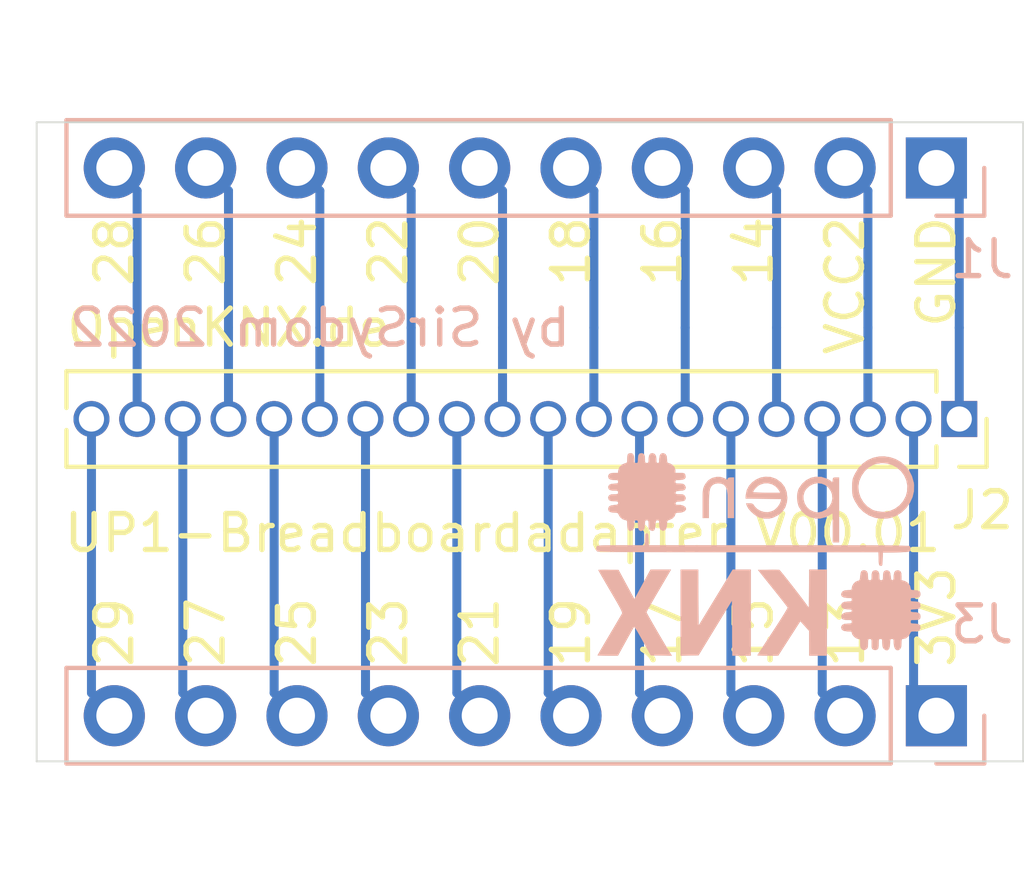
<source format=kicad_pcb>
(kicad_pcb (version 20171130) (host pcbnew "(5.1.4)-1")

  (general
    (thickness 1.6)
    (drawings 27)
    (tracks 49)
    (zones 0)
    (modules 4)
    (nets 21)
  )

  (page A4)
  (title_block
    (date 2022-03-07)
    (rev V00.01)
  )

  (layers
    (0 F.Cu signal hide)
    (31 B.Cu signal)
    (32 B.Adhes user hide)
    (33 F.Adhes user hide)
    (34 B.Paste user)
    (35 F.Paste user hide)
    (36 B.SilkS user)
    (37 F.SilkS user hide)
    (38 B.Mask user)
    (39 F.Mask user hide)
    (40 Dwgs.User user hide)
    (41 Cmts.User user hide)
    (42 Eco1.User user hide)
    (43 Eco2.User user hide)
    (44 Edge.Cuts user)
    (45 Margin user hide)
    (46 B.CrtYd user)
    (47 F.CrtYd user hide)
    (48 B.Fab user)
    (49 F.Fab user hide)
  )

  (setup
    (last_trace_width 0.25)
    (user_trace_width 0.2)
    (trace_clearance 0.2)
    (zone_clearance 0.508)
    (zone_45_only no)
    (trace_min 0.2)
    (via_size 0.8)
    (via_drill 0.4)
    (via_min_size 0.4)
    (via_min_drill 0.3)
    (uvia_size 0.3)
    (uvia_drill 0.1)
    (uvias_allowed no)
    (uvia_min_size 0.2)
    (uvia_min_drill 0.1)
    (edge_width 0.05)
    (segment_width 0.2)
    (pcb_text_width 0.3)
    (pcb_text_size 1.5 1.5)
    (mod_edge_width 0.12)
    (mod_text_size 1 1)
    (mod_text_width 0.15)
    (pad_size 1.524 1.524)
    (pad_drill 0.762)
    (pad_to_mask_clearance 0)
    (aux_axis_origin 0 0)
    (visible_elements 7FFFFFFF)
    (pcbplotparams
      (layerselection 0x010fc_ffffffff)
      (usegerberextensions false)
      (usegerberattributes false)
      (usegerberadvancedattributes false)
      (creategerberjobfile false)
      (excludeedgelayer true)
      (linewidth 0.100000)
      (plotframeref false)
      (viasonmask false)
      (mode 1)
      (useauxorigin false)
      (hpglpennumber 1)
      (hpglpenspeed 20)
      (hpglpendiameter 15.000000)
      (psnegative false)
      (psa4output false)
      (plotreference true)
      (plotvalue true)
      (plotinvisibletext false)
      (padsonsilk false)
      (subtractmaskfromsilk false)
      (outputformat 1)
      (mirror false)
      (drillshape 0)
      (scaleselection 1)
      (outputdirectory "UP1-Breadboardadapter_gerbers"))
  )

  (net 0 "")
  (net 1 "Net-(J2-Pad6)")
  (net 2 "Net-(J2-Pad4)")
  (net 3 "Net-(J1-Pad10)")
  (net 4 "Net-(J1-Pad9)")
  (net 5 "Net-(J1-Pad8)")
  (net 6 "Net-(J1-Pad7)")
  (net 7 "Net-(J1-Pad6)")
  (net 8 "Net-(J1-Pad5)")
  (net 9 "Net-(J1-Pad4)")
  (net 10 "Net-(J1-Pad3)")
  (net 11 "Net-(J1-Pad2)")
  (net 12 "Net-(J1-Pad1)")
  (net 13 "Net-(J2-Pad20)")
  (net 14 "Net-(J2-Pad18)")
  (net 15 "Net-(J2-Pad16)")
  (net 16 "Net-(J2-Pad14)")
  (net 17 "Net-(J2-Pad12)")
  (net 18 "Net-(J2-Pad10)")
  (net 19 "Net-(J2-Pad8)")
  (net 20 "Net-(J2-Pad2)")

  (net_class Default "This is the default net class."
    (clearance 0.2)
    (trace_width 0.25)
    (via_dia 0.8)
    (via_drill 0.4)
    (uvia_dia 0.3)
    (uvia_drill 0.1)
    (add_net "Net-(J1-Pad1)")
    (add_net "Net-(J1-Pad10)")
    (add_net "Net-(J1-Pad2)")
    (add_net "Net-(J1-Pad3)")
    (add_net "Net-(J1-Pad4)")
    (add_net "Net-(J1-Pad5)")
    (add_net "Net-(J1-Pad6)")
    (add_net "Net-(J1-Pad7)")
    (add_net "Net-(J1-Pad8)")
    (add_net "Net-(J1-Pad9)")
    (add_net "Net-(J2-Pad10)")
    (add_net "Net-(J2-Pad12)")
    (add_net "Net-(J2-Pad14)")
    (add_net "Net-(J2-Pad16)")
    (add_net "Net-(J2-Pad18)")
    (add_net "Net-(J2-Pad2)")
    (add_net "Net-(J2-Pad20)")
    (add_net "Net-(J2-Pad4)")
    (add_net "Net-(J2-Pad6)")
    (add_net "Net-(J2-Pad8)")
  )

  (module OpenKNX:OpenKNX_Logo_09x06 (layer B.Cu) (tedit 0) (tstamp 6225D641)
    (at 94.742 106.426 180)
    (fp_text reference G*** (at 0 0) (layer B.SilkS) hide
      (effects (font (size 1.524 1.524) (thickness 0.3)) (justify mirror))
    )
    (fp_text value LOGO (at 0.75 0) (layer B.SilkS) hide
      (effects (font (size 1.524 1.524) (thickness 0.3)) (justify mirror))
    )
    (fp_poly (pts (xy 1.156976 2.57764) (xy 1.283927 2.548431) (xy 1.388134 2.483584) (xy 1.469992 2.382826)
      (xy 1.489649 2.346765) (xy 1.509079 2.306203) (xy 1.523352 2.269055) (xy 1.533261 2.228028)
      (xy 1.539601 2.175826) (xy 1.543167 2.105158) (xy 1.544754 2.008728) (xy 1.545158 1.879243)
      (xy 1.545167 1.837344) (xy 1.545167 1.439333) (xy 1.375834 1.439333) (xy 1.375715 1.793875)
      (xy 1.374391 1.953222) (xy 1.369822 2.076463) (xy 1.360938 2.169769) (xy 1.346664 2.23931)
      (xy 1.325931 2.291257) (xy 1.297664 2.331783) (xy 1.27891 2.351072) (xy 1.213071 2.388421)
      (xy 1.128235 2.404721) (xy 1.041043 2.399515) (xy 0.968132 2.372344) (xy 0.951801 2.360083)
      (xy 0.916197 2.323423) (xy 0.889502 2.281331) (xy 0.870488 2.227397) (xy 0.85793 2.155207)
      (xy 0.8506 2.058351) (xy 0.847273 1.930415) (xy 0.846667 1.81043) (xy 0.846667 1.439333)
      (xy 0.677334 1.439333) (xy 0.677334 2.561166) (xy 0.762 2.561166) (xy 0.819828 2.556378)
      (xy 0.844337 2.539863) (xy 0.846667 2.527653) (xy 0.8545 2.50282) (xy 0.862542 2.50231)
      (xy 0.961741 2.548578) (xy 1.042268 2.573052) (xy 1.11914 2.579574) (xy 1.156976 2.57764)) (layer B.SilkS) (width 0.01))
    (fp_poly (pts (xy -0.072707 2.561077) (xy 0.053889 2.508936) (xy 0.165193 2.431001) (xy 0.254954 2.330749)
      (xy 0.316923 2.211654) (xy 0.344848 2.077192) (xy 0.345328 2.068185) (xy 0.34925 1.979083)
      (xy -0.145441 1.973395) (xy -0.640133 1.967707) (xy -0.626471 1.899397) (xy -0.595382 1.821919)
      (xy -0.538217 1.740781) (xy -0.466782 1.671212) (xy -0.429834 1.645777) (xy -0.367969 1.619368)
      (xy -0.291559 1.599111) (xy -0.270264 1.59558) (xy -0.167947 1.598814) (xy -0.062649 1.630627)
      (xy 0.031534 1.684659) (xy 0.100506 1.754549) (xy 0.107956 1.76626) (xy 0.141097 1.814293)
      (xy 0.176592 1.835958) (xy 0.232917 1.841443) (xy 0.244407 1.8415) (xy 0.336465 1.8415)
      (xy 0.312485 1.772708) (xy 0.271864 1.699345) (xy 0.204097 1.619534) (xy 0.120725 1.544014)
      (xy 0.033291 1.483523) (xy -0.030408 1.453648) (xy -0.167274 1.42396) (xy -0.304466 1.424544)
      (xy -0.404658 1.447389) (xy -0.553395 1.519449) (xy -0.668408 1.616689) (xy -0.748847 1.737921)
      (xy -0.793864 1.881961) (xy -0.803868 2.004862) (xy -0.787633 2.137833) (xy -0.61492 2.137833)
      (xy -0.233377 2.137833) (xy -0.111577 2.138781) (xy -0.005858 2.141415) (xy 0.077106 2.145418)
      (xy 0.13064 2.150477) (xy 0.148167 2.15587) (xy 0.132093 2.199638) (xy 0.090661 2.255166)
      (xy 0.03406 2.31122) (xy -0.027525 2.356565) (xy -0.040371 2.363798) (xy -0.157895 2.403682)
      (xy -0.278804 2.406036) (xy -0.394324 2.373564) (xy -0.495684 2.308971) (xy -0.574111 2.214959)
      (xy -0.584638 2.196041) (xy -0.61492 2.137833) (xy -0.787633 2.137833) (xy -0.784423 2.164115)
      (xy -0.728103 2.303369) (xy -0.636293 2.420376) (xy -0.510381 2.512882) (xy -0.481734 2.527993)
      (xy -0.346769 2.574081) (xy -0.208343 2.583951) (xy -0.072707 2.561077)) (layer B.SilkS) (width 0.01))
    (fp_poly (pts (xy -3.34786 3.143183) (xy -3.191068 3.108943) (xy -3.042125 3.044513) (xy -2.905734 2.94916)
      (xy -2.786597 2.82215) (xy -2.693931 2.672007) (xy -2.658144 2.597518) (xy -2.635043 2.539351)
      (xy -2.621858 2.484105) (xy -2.615817 2.418385) (xy -2.614148 2.32879) (xy -2.614083 2.286)
      (xy -2.614822 2.183909) (xy -2.618888 2.11075) (xy -2.62905 2.053125) (xy -2.648082 1.997635)
      (xy -2.678755 1.930882) (xy -2.693931 1.899993) (xy -2.794972 1.74082) (xy -2.923716 1.610665)
      (xy -3.074886 1.512007) (xy -3.243204 1.447322) (xy -3.423392 1.41909) (xy -3.610172 1.429789)
      (xy -3.669924 1.44171) (xy -3.835218 1.501138) (xy -3.983346 1.594446) (xy -4.110356 1.715701)
      (xy -4.212296 1.858969) (xy -4.285213 2.018317) (xy -4.325155 2.187811) (xy -4.327726 2.336053)
      (xy -4.148112 2.336053) (xy -4.141511 2.180357) (xy -4.105627 2.045555) (xy -4.032296 1.905641)
      (xy -3.92799 1.785515) (xy -3.800417 1.6914) (xy -3.657285 1.629524) (xy -3.566795 1.610416)
      (xy -3.451729 1.605856) (xy -3.330463 1.617614) (xy -3.221093 1.643223) (xy -3.167385 1.664877)
      (xy -3.03132 1.755438) (xy -2.921228 1.872345) (xy -2.840269 2.008733) (xy -2.7916 2.157734)
      (xy -2.778381 2.312482) (xy -2.80182 2.459544) (xy -2.863366 2.606964) (xy -2.954212 2.737582)
      (xy -3.067474 2.844206) (xy -3.196269 2.919646) (xy -3.265218 2.943661) (xy -3.430055 2.968735)
      (xy -3.587148 2.956588) (xy -3.732587 2.911397) (xy -3.862462 2.837343) (xy -3.972862 2.738602)
      (xy -4.059877 2.619355) (xy -4.119597 2.483779) (xy -4.148112 2.336053) (xy -4.327726 2.336053)
      (xy -4.328168 2.361517) (xy -4.320466 2.418292) (xy -4.27017 2.599164) (xy -4.190104 2.755714)
      (xy -4.084969 2.887209) (xy -3.959469 2.992916) (xy -3.818305 3.0721) (xy -3.666181 3.124028)
      (xy -3.507798 3.147967) (xy -3.34786 3.143183)) (layer B.SilkS) (width 0.01))
    (fp_poly (pts (xy 3.590396 3.232854) (xy 3.622892 3.210173) (xy 3.63756 3.161842) (xy 3.640667 3.090714)
      (xy 3.641774 3.021868) (xy 3.648871 2.984024) (xy 3.667617 2.965854) (xy 3.703672 2.956028)
      (xy 3.708441 2.95507) (xy 3.796096 2.917586) (xy 3.858597 2.849297) (xy 3.887189 2.768768)
      (xy 3.900077 2.688166) (xy 4.009555 2.688166) (xy 4.095632 2.680966) (xy 4.146801 2.657278)
      (xy 4.168327 2.613975) (xy 4.169834 2.592916) (xy 4.157966 2.542165) (xy 4.118761 2.511834)
      (xy 4.046816 2.498767) (xy 4.00685 2.497666) (xy 3.941702 2.496169) (xy 3.908326 2.488361)
      (xy 3.896182 2.469272) (xy 3.894667 2.44475) (xy 3.898539 2.41227) (xy 3.917671 2.396767)
      (xy 3.963334 2.392069) (xy 3.991308 2.391833) (xy 4.087721 2.382666) (xy 4.146816 2.354853)
      (xy 4.169509 2.307921) (xy 4.169834 2.300072) (xy 4.15869 2.247789) (xy 4.12139 2.216523)
      (xy 4.052127 2.202758) (xy 4.00685 2.201333) (xy 3.941702 2.199835) (xy 3.908326 2.192028)
      (xy 3.896182 2.172939) (xy 3.894667 2.148416) (xy 3.897842 2.117686) (xy 3.914394 2.101943)
      (xy 3.954863 2.096214) (xy 4.00685 2.0955) (xy 4.093692 2.088564) (xy 4.145591 2.065652)
      (xy 4.16795 2.023607) (xy 4.169834 2.00025) (xy 4.157966 1.949498) (xy 4.118761 1.919168)
      (xy 4.046816 1.906101) (xy 4.00685 1.905) (xy 3.941619 1.903405) (xy 3.908195 1.895483)
      (xy 3.896084 1.87653) (xy 3.894667 1.854704) (xy 3.898672 1.825635) (xy 3.917454 1.809002)
      (xy 3.961166 1.79965) (xy 4.013032 1.794593) (xy 4.095907 1.781949) (xy 4.144456 1.757296)
      (xy 4.166198 1.715041) (xy 4.169509 1.678203) (xy 4.151355 1.628876) (xy 4.095891 1.598714)
      (xy 4.002835 1.587574) (xy 3.992735 1.5875) (xy 3.931361 1.584094) (xy 3.899126 1.57014)
      (xy 3.883125 1.540034) (xy 3.883077 1.539875) (xy 3.839426 1.46185) (xy 3.768842 1.404914)
      (xy 3.711365 1.384385) (xy 3.67144 1.375069) (xy 3.650363 1.3588) (xy 3.642113 1.324192)
      (xy 3.640669 1.259859) (xy 3.640667 1.250711) (xy 3.63399 1.160069) (xy 3.612371 1.105181)
      (xy 3.573422 1.081371) (xy 3.553279 1.0795) (xy 3.498065 1.097885) (xy 3.463767 1.153051)
      (xy 3.450374 1.245015) (xy 3.450167 1.260928) (xy 3.448751 1.327061) (xy 3.441302 1.3613)
      (xy 3.423021 1.374071) (xy 3.39725 1.375833) (xy 3.367544 1.373019) (xy 3.351726 1.35784)
      (xy 3.345441 1.320195) (xy 3.344334 1.253066) (xy 3.33786 1.161803) (xy 3.31683 1.106294)
      (xy 3.278824 1.081738) (xy 3.256945 1.0795) (xy 3.201732 1.097885) (xy 3.167434 1.153051)
      (xy 3.154041 1.245015) (xy 3.153834 1.260928) (xy 3.152417 1.327061) (xy 3.144969 1.3613)
      (xy 3.126687 1.374071) (xy 3.100917 1.375833) (xy 3.071629 1.373157) (xy 3.055794 1.358513)
      (xy 3.049292 1.321977) (xy 3.048002 1.253627) (xy 3.048 1.248379) (xy 3.046314 1.176256)
      (xy 3.038372 1.134353) (xy 3.019852 1.110601) (xy 2.99344 1.096066) (xy 2.936538 1.080865)
      (xy 2.897384 1.097924) (xy 2.87341 1.150162) (xy 2.862049 1.240498) (xy 2.861782 1.245742)
      (xy 2.857088 1.317277) (xy 2.84891 1.356278) (xy 2.832866 1.372533) (xy 2.804577 1.375832)
      (xy 2.803573 1.375833) (xy 2.773512 1.372554) (xy 2.758053 1.355728) (xy 2.752385 1.31487)
      (xy 2.751667 1.262697) (xy 2.746198 1.182211) (xy 2.727876 1.131869) (xy 2.712958 1.11453)
      (xy 2.656919 1.082728) (xy 2.606111 1.092833) (xy 2.57295 1.126543) (xy 2.552341 1.177296)
      (xy 2.540886 1.247354) (xy 2.54 1.271359) (xy 2.537905 1.331674) (xy 2.525181 1.364033)
      (xy 2.492167 1.382804) (xy 2.45767 1.393799) (xy 2.385613 1.430111) (xy 2.331967 1.484755)
      (xy 2.307619 1.546069) (xy 2.307167 1.555005) (xy 2.296543 1.575306) (xy 2.259157 1.585267)
      (xy 2.201334 1.5875) (xy 2.118873 1.598296) (xy 2.053978 1.627083) (xy 2.016374 1.668458)
      (xy 2.010834 1.693333) (xy 2.030284 1.739292) (xy 2.082296 1.775294) (xy 2.157363 1.796096)
      (xy 2.202806 1.799166) (xy 2.265876 1.800787) (xy 2.296607 1.808792) (xy 2.304956 1.827901)
      (xy 2.303347 1.846791) (xy 2.294658 1.874195) (xy 2.271442 1.889648) (xy 2.223126 1.8976)
      (xy 2.175057 1.900759) (xy 2.100187 1.907952) (xy 2.05624 1.922266) (xy 2.031931 1.947534)
      (xy 2.030678 1.949803) (xy 2.019768 1.993649) (xy 2.040294 2.042044) (xy 2.041567 2.044003)
      (xy 2.067594 2.074409) (xy 2.103183 2.089913) (xy 2.162078 2.095197) (xy 2.19271 2.0955)
      (xy 2.259508 2.096841) (xy 2.293621 2.103629) (xy 2.304677 2.120008) (xy 2.303347 2.143125)
      (xy 2.294658 2.170528) (xy 2.271442 2.185981) (xy 2.223126 2.193933) (xy 2.175057 2.197092)
      (xy 2.100187 2.204286) (xy 2.05624 2.2186) (xy 2.031931 2.243867) (xy 2.030678 2.246137)
      (xy 2.019768 2.289982) (xy 2.040294 2.338378) (xy 2.041567 2.340336) (xy 2.067844 2.370924)
      (xy 2.10386 2.386415) (xy 2.163492 2.39158) (xy 2.191238 2.391833) (xy 2.257738 2.39322)
      (xy 2.292301 2.40054) (xy 2.305307 2.418532) (xy 2.307167 2.44475) (xy 2.30393 2.475602)
      (xy 2.287163 2.491384) (xy 2.246279 2.497169) (xy 2.196042 2.497991) (xy 2.101247 2.506155)
      (xy 2.043951 2.531194) (xy 2.022088 2.574926) (xy 2.033593 2.63917) (xy 2.034099 2.640541)
      (xy 2.048911 2.667308) (xy 2.075462 2.681683) (xy 2.125061 2.68737) (xy 2.179485 2.688166)
      (xy 2.307167 2.688166) (xy 2.307167 2.759159) (xy 2.326525 2.836782) (xy 2.377463 2.903988)
      (xy 2.449279 2.948299) (xy 2.475862 2.955797) (xy 2.514537 2.96667) (xy 2.533396 2.987326)
      (xy 2.539509 3.030389) (xy 2.54 3.0703) (xy 2.551344 3.160547) (xy 2.585924 3.21606)
      (xy 2.64456 3.238019) (xy 2.657184 3.2385) (xy 2.707712 3.221793) (xy 2.738764 3.170468)
      (xy 2.751298 3.082715) (xy 2.751667 3.059975) (xy 2.754354 2.999921) (xy 2.765549 2.971304)
      (xy 2.789949 2.963399) (xy 2.794 2.963333) (xy 2.819535 2.96899) (xy 2.832182 2.992929)
      (xy 2.836184 3.045608) (xy 2.836334 3.067655) (xy 2.847218 3.158669) (xy 2.880632 3.214813)
      (xy 2.937714 3.237746) (xy 2.953517 3.2385) (xy 3.004045 3.221793) (xy 3.035098 3.170468)
      (xy 3.047631 3.082715) (xy 3.048 3.059975) (xy 3.05012 3.000657) (xy 3.060596 2.972344)
      (xy 3.085599 2.963765) (xy 3.100917 2.963333) (xy 3.131647 2.966508) (xy 3.147391 2.98306)
      (xy 3.153119 3.023529) (xy 3.153834 3.075516) (xy 3.160769 3.162358) (xy 3.183681 3.214257)
      (xy 3.225727 3.236616) (xy 3.249084 3.2385) (xy 3.299835 3.226632) (xy 3.330166 3.187427)
      (xy 3.343233 3.115482) (xy 3.344334 3.075516) (xy 3.345831 3.010368) (xy 3.353639 2.976992)
      (xy 3.372728 2.964848) (xy 3.39725 2.963333) (xy 3.42973 2.967206) (xy 3.445233 2.986337)
      (xy 3.449931 3.032) (xy 3.450167 3.059975) (xy 3.459239 3.155254) (xy 3.485824 3.215377)
      (xy 3.528977 3.238326) (xy 3.533847 3.2385) (xy 3.590396 3.232854)) (layer B.SilkS) (width 0.01))
    (fp_poly (pts (xy -1.465747 2.553237) (xy -1.336206 2.488748) (xy -1.224308 2.392486) (xy -1.136365 2.266919)
      (xy -1.1166 2.226182) (xy -1.089849 2.128197) (xy -1.081739 2.00951) (xy -1.091721 1.887154)
      (xy -1.119248 1.778162) (xy -1.131961 1.748294) (xy -1.214986 1.622265) (xy -1.323637 1.52529)
      (xy -1.451071 1.459261) (xy -1.590445 1.426072) (xy -1.734913 1.427615) (xy -1.877632 1.465781)
      (xy -1.973338 1.515629) (xy -2.023445 1.546361) (xy -2.057207 1.564371) (xy -2.063296 1.566333)
      (xy -2.066733 1.54625) (xy -2.069733 1.490336) (xy -2.072119 1.405091) (xy -2.073711 1.297017)
      (xy -2.074331 1.172614) (xy -2.074333 1.164166) (xy -2.074333 0.762) (xy -2.243666 0.762)
      (xy -2.243666 1.977048) (xy -2.064585 1.977048) (xy -2.038656 1.860239) (xy -1.978999 1.755811)
      (xy -1.889893 1.670982) (xy -1.775616 1.612969) (xy -1.761828 1.608576) (xy -1.67954 1.591478)
      (xy -1.600551 1.59566) (xy -1.539296 1.609939) (xy -1.433013 1.659347) (xy -1.348429 1.737462)
      (xy -1.288375 1.835922) (xy -1.255678 1.946361) (xy -1.25317 2.060418) (xy -1.283679 2.169728)
      (xy -1.326408 2.239208) (xy -1.42228 2.330868) (xy -1.530658 2.387048) (xy -1.644738 2.409061)
      (xy -1.757717 2.398221) (xy -1.862793 2.355842) (xy -1.953161 2.283236) (xy -2.022018 2.181718)
      (xy -2.052508 2.09902) (xy -2.064585 1.977048) (xy -2.243666 1.977048) (xy -2.243666 2.561166)
      (xy -2.159 2.561166) (xy -2.104711 2.558659) (xy -2.080577 2.54507) (xy -2.074467 2.511302)
      (xy -2.074333 2.497666) (xy -2.066309 2.449338) (xy -2.046279 2.434332) (xy -2.020304 2.457134)
      (xy -2.020072 2.457509) (xy -1.994005 2.478813) (xy -1.942109 2.509015) (xy -1.897114 2.531385)
      (xy -1.752513 2.577023) (xy -1.60662 2.583485) (xy -1.465747 2.553237)) (layer B.SilkS) (width 0.01))
    (fp_poly (pts (xy 3.122473 1.001385) (xy 3.135843 0.98356) (xy 3.143569 0.943347) (xy 3.148191 0.87215)
      (xy 3.149432 0.841375) (xy 3.155614 0.677333) (xy 3.806657 0.677333) (xy 4.0065 0.676836)
      (xy 4.167018 0.67527) (xy 4.291207 0.672523) (xy 4.382065 0.668482) (xy 4.442589 0.663034)
      (xy 4.475776 0.656066) (xy 4.4831 0.651933) (xy 4.505798 0.603578) (xy 4.502419 0.546209)
      (xy 4.4831 0.512233) (xy 4.4706 0.50897) (xy 4.43895 0.505974) (xy 4.386724 0.503237)
      (xy 4.312499 0.500748) (xy 4.214848 0.498498) (xy 4.092348 0.496479) (xy 3.943574 0.494681)
      (xy 3.7671 0.493095) (xy 3.561502 0.491712) (xy 3.325355 0.490523) (xy 3.057234 0.489517)
      (xy 2.755715 0.488687) (xy 2.419372 0.488022) (xy 2.046781 0.487514) (xy 1.636517 0.487153)
      (xy 1.187156 0.486931) (xy 0.697271 0.486837) (xy 0.557508 0.486833) (xy -3.342685 0.486833)
      (xy -3.348801 0.301625) (xy -3.352503 0.212493) (xy -3.357984 0.157171) (xy -3.367594 0.127138)
      (xy -3.383681 0.113874) (xy -3.401698 0.109763) (xy -3.424111 0.108903) (xy -3.438313 0.119349)
      (xy -3.446625 0.148993) (xy -3.45137 0.205729) (xy -3.454614 0.28968) (xy -3.46075 0.47625)
      (xy -3.819052 0.48207) (xy -3.959918 0.485726) (xy -4.073242 0.491493) (xy -4.154569 0.499037)
      (xy -4.199444 0.508023) (xy -4.205343 0.51112) (xy -4.22944 0.554741) (xy -4.229266 0.610408)
      (xy -4.207933 0.651933) (xy -4.195258 0.655319) (xy -4.163314 0.658416) (xy -4.110624 0.661236)
      (xy -4.035709 0.663788) (xy -3.937091 0.666084) (xy -3.813293 0.668132) (xy -3.662837 0.669944)
      (xy -3.484244 0.67153) (xy -3.276038 0.672899) (xy -3.036739 0.674064) (xy -2.764871 0.675032)
      (xy -2.458955 0.675817) (xy -2.117514 0.676426) (xy -1.739069 0.676871) (xy -1.322143 0.677162)
      (xy -0.865257 0.677309) (xy -0.568157 0.677333) (xy 3.046219 0.677333) (xy 3.052401 0.841375)
      (xy 3.056568 0.924318) (xy 3.063022 0.973524) (xy 3.074306 0.997587) (xy 3.092963 1.005102)
      (xy 3.100917 1.005416) (xy 3.122473 1.001385)) (layer B.SilkS) (width 0.01))
    (fp_poly (pts (xy -2.896556 -0.02683) (xy -2.867124 -0.049264) (xy -2.849257 -0.09663) (xy -2.837841 -0.177092)
      (xy -2.836556 -0.1905) (xy -2.828573 -0.257609) (xy -2.816617 -0.293393) (xy -2.794609 -0.308808)
      (xy -2.768302 -0.313541) (xy -2.707582 -0.338929) (xy -2.652113 -0.391952) (xy -2.613807 -0.45844)
      (xy -2.6035 -0.509624) (xy -2.601311 -0.545375) (xy -2.587701 -0.563753) (xy -2.552105 -0.570535)
      (xy -2.490364 -0.5715) (xy -2.394785 -0.582783) (xy -2.334376 -0.616967) (xy -2.308382 -0.674557)
      (xy -2.307166 -0.69413) (xy -2.324444 -0.741091) (xy -2.377332 -0.77035) (xy -2.467418 -0.782653)
      (xy -2.496275 -0.783167) (xy -2.559603 -0.784831) (xy -2.591389 -0.793364) (xy -2.602393 -0.814078)
      (xy -2.6035 -0.836084) (xy -2.600425 -0.866539) (xy -2.58425 -0.882307) (xy -2.544554 -0.888188)
      (xy -2.488595 -0.889) (xy -2.392235 -0.899161) (xy -2.332266 -0.929966) (xy -2.307855 -0.981904)
      (xy -2.307166 -0.994834) (xy -2.324585 -1.051044) (xy -2.377394 -1.086026) (xy -2.46643 -1.100265)
      (xy -2.488595 -1.100667) (xy -2.555339 -1.102553) (xy -2.589909 -1.110689) (xy -2.602391 -1.12879)
      (xy -2.6035 -1.143) (xy -2.596814 -1.170086) (xy -2.569469 -1.182576) (xy -2.513541 -1.185646)
      (xy -2.41841 -1.19682) (xy -2.349756 -1.227508) (xy -2.313836 -1.274566) (xy -2.310833 -1.28757)
      (xy -2.314174 -1.342142) (xy -2.345965 -1.37656) (xy -2.410652 -1.393714) (xy -2.479092 -1.397)
      (xy -2.548581 -1.398176) (xy -2.585786 -1.404551) (xy -2.600746 -1.420394) (xy -2.6035 -1.449917)
      (xy -2.600425 -1.480372) (xy -2.58425 -1.496141) (xy -2.544554 -1.502022) (xy -2.488595 -1.502834)
      (xy -2.392235 -1.512994) (xy -2.332266 -1.5438) (xy -2.307855 -1.595737) (xy -2.307166 -1.608667)
      (xy -2.324585 -1.664877) (xy -2.377394 -1.699859) (xy -2.46643 -1.714099) (xy -2.488595 -1.7145)
      (xy -2.555178 -1.716296) (xy -2.589667 -1.724278) (xy -2.602239 -1.74234) (xy -2.6035 -1.758462)
      (xy -2.620996 -1.809165) (xy -2.664489 -1.862428) (xy -2.720486 -1.905559) (xy -2.775493 -1.925865)
      (xy -2.781788 -1.926167) (xy -2.812049 -1.928672) (xy -2.82836 -1.942837) (xy -2.835021 -1.978632)
      (xy -2.836331 -2.046029) (xy -2.836333 -2.052679) (xy -2.838474 -2.126058) (xy -2.847764 -2.170302)
      (xy -2.868506 -2.198514) (xy -2.88925 -2.213863) (xy -2.930677 -2.236259) (xy -2.963251 -2.232637)
      (xy -2.995083 -2.213863) (xy -3.025189 -2.189019) (xy -3.041149 -2.156351) (xy -3.047265 -2.102755)
      (xy -3.048 -2.052679) (xy -3.04913 -1.982462) (xy -3.055299 -1.94461) (xy -3.070672 -1.929166)
      (xy -3.099414 -1.926169) (xy -3.100916 -1.926167) (xy -3.129326 -1.928569) (xy -3.14517 -1.942139)
      (xy -3.152108 -1.976428) (xy -3.153801 -2.040984) (xy -3.153833 -2.064204) (xy -3.155356 -2.139993)
      (xy -3.162265 -2.184743) (xy -3.178075 -2.209706) (xy -3.204072 -2.225132) (xy -3.261824 -2.236739)
      (xy -3.299322 -2.223933) (xy -3.324228 -2.204819) (xy -3.337908 -2.173747) (xy -3.343518 -2.119438)
      (xy -3.344333 -2.063005) (xy -3.345273 -1.989294) (xy -3.350565 -1.948322) (xy -3.363917 -1.930499)
      (xy -3.389037 -1.926237) (xy -3.39725 -1.926167) (xy -3.427556 -1.929189) (xy -3.443337 -1.945161)
      (xy -3.4493 -1.984443) (xy -3.450166 -2.042584) (xy -3.455044 -2.122743) (xy -3.472072 -2.174906)
      (xy -3.4925 -2.201334) (xy -3.54864 -2.239998) (xy -3.596602 -2.239299) (xy -3.633382 -2.201891)
      (xy -3.655981 -2.130426) (xy -3.661833 -2.051655) (xy -3.662986 -1.981791) (xy -3.669253 -1.944254)
      (xy -3.684852 -1.929045) (xy -3.713998 -1.926167) (xy -3.71475 -1.926167) (xy -3.745056 -1.929189)
      (xy -3.760837 -1.945161) (xy -3.7668 -1.984443) (xy -3.767666 -2.042584) (xy -3.777938 -2.132706)
      (xy -3.805499 -2.198628) (xy -3.845464 -2.23586) (xy -3.892951 -2.239914) (xy -3.943076 -2.206301)
      (xy -3.944303 -2.204958) (xy -3.969291 -2.152791) (xy -3.979102 -2.066005) (xy -3.979333 -2.046208)
      (xy -3.981119 -1.97755) (xy -3.988736 -1.941308) (xy -4.005575 -1.927635) (xy -4.020671 -1.926167)
      (xy -4.10439 -1.906279) (xy -4.172621 -1.850458) (xy -4.205616 -1.795788) (xy -4.229233 -1.747855)
      (xy -4.254551 -1.723825) (xy -4.296164 -1.715457) (xy -4.34959 -1.7145) (xy -4.433466 -1.707818)
      (xy -4.483272 -1.684758) (xy -4.505575 -1.640802) (xy -4.5085 -1.605178) (xy -4.494755 -1.551808)
      (xy -4.450901 -1.518879) (xy -4.373013 -1.504141) (xy -4.329975 -1.502834) (xy -4.270657 -1.500713)
      (xy -4.242344 -1.490237) (xy -4.233765 -1.465234) (xy -4.233333 -1.449917) (xy -4.236841 -1.418318)
      (xy -4.254634 -1.402676) (xy -4.297622 -1.397447) (xy -4.337435 -1.397) (xy -4.423004 -1.393945)
      (xy -4.474598 -1.381678) (xy -4.500332 -1.355551) (xy -4.508318 -1.310914) (xy -4.5085 -1.298962)
      (xy -4.496309 -1.242096) (xy -4.456585 -1.206192) (xy -4.384605 -1.188452) (xy -4.316622 -1.185334)
      (xy -4.261782 -1.181657) (xy -4.237792 -1.166856) (xy -4.233333 -1.143) (xy -4.23858 -1.118179)
      (xy -4.261106 -1.10546) (xy -4.31109 -1.101001) (xy -4.345516 -1.100667) (xy -4.430938 -1.094225)
      (xy -4.482046 -1.072114) (xy -4.505271 -1.030161) (xy -4.5085 -0.994834) (xy -4.498579 -0.939365)
      (xy -4.464529 -0.906178) (xy -4.39992 -0.891097) (xy -4.345516 -0.889) (xy -4.280368 -0.887502)
      (xy -4.246992 -0.879695) (xy -4.234848 -0.860606) (xy -4.233333 -0.836084) (xy -4.236508 -0.805353)
      (xy -4.25306 -0.78961) (xy -4.293529 -0.783881) (xy -4.345516 -0.783167) (xy -4.430588 -0.776851)
      (xy -4.481487 -0.75492) (xy -4.504882 -0.712902) (xy -4.5085 -0.673845) (xy -4.494755 -0.620475)
      (xy -4.450901 -0.587546) (xy -4.373013 -0.572808) (xy -4.329975 -0.5715) (xy -4.270397 -0.569135)
      (xy -4.24195 -0.558394) (xy -4.233533 -0.533811) (xy -4.233254 -0.523875) (xy -4.213676 -0.443852)
      (xy -4.161946 -0.373621) (xy -4.088164 -0.325553) (xy -4.064965 -0.31776) (xy -3.979333 -0.294702)
      (xy -3.979333 -0.183334) (xy -3.972946 -0.098501) (xy -3.950795 -0.04782) (xy -3.908399 -0.024642)
      (xy -3.870011 -0.021167) (xy -3.816641 -0.034912) (xy -3.783712 -0.078766) (xy -3.768974 -0.156654)
      (xy -3.767666 -0.199692) (xy -3.764765 -0.260143) (xy -3.753211 -0.288889) (xy -3.728731 -0.29633)
      (xy -3.727954 -0.296334) (xy -3.70422 -0.289276) (xy -3.68983 -0.261812) (xy -3.680838 -0.204508)
      (xy -3.678426 -0.177969) (xy -3.665619 -0.094749) (xy -3.640746 -0.046006) (xy -3.598534 -0.02443)
      (xy -3.565525 -0.021491) (xy -3.515287 -0.033278) (xy -3.485225 -0.073001) (xy -3.472345 -0.145828)
      (xy -3.471333 -0.18415) (xy -3.469835 -0.249298) (xy -3.462028 -0.282674) (xy -3.442939 -0.294819)
      (xy -3.418416 -0.296334) (xy -3.385937 -0.292461) (xy -3.370434 -0.273329) (xy -3.365736 -0.227666)
      (xy -3.3655 -0.199692) (xy -3.35762 -0.106596) (xy -3.33248 -0.049157) (xy -3.287828 -0.023448)
      (xy -3.263155 -0.021167) (xy -3.206093 -0.030584) (xy -3.171952 -0.063279) (xy -3.15626 -0.125922)
      (xy -3.153833 -0.18415) (xy -3.152335 -0.249298) (xy -3.144528 -0.282674) (xy -3.125439 -0.294819)
      (xy -3.100916 -0.296334) (xy -3.068437 -0.292461) (xy -3.052934 -0.273329) (xy -3.048236 -0.227666)
      (xy -3.048 -0.199692) (xy -3.040409 -0.107283) (xy -3.015874 -0.050237) (xy -2.971751 -0.024072)
      (xy -2.942671 -0.021167) (xy -2.896556 -0.02683)) (layer B.SilkS) (width 0.01))
    (fp_poly (pts (xy 2.712614 -0.000072) (xy 2.995084 -0.000143) (xy 3.444748 -0.827809) (xy 3.665921 -0.419196)
      (xy 3.887093 -0.010584) (xy 4.166047 -0.004677) (xy 4.269139 -0.003428) (xy 4.355029 -0.004164)
      (xy 4.415915 -0.006684) (xy 4.443999 -0.010788) (xy 4.445 -0.011879) (xy 4.434663 -0.032672)
      (xy 4.405362 -0.085454) (xy 4.35966 -0.165764) (xy 4.30012 -0.26914) (xy 4.229307 -0.391121)
      (xy 4.149783 -0.527246) (xy 4.104863 -0.603803) (xy 4.008886 -0.767748) (xy 3.932868 -0.899301)
      (xy 3.874852 -1.002292) (xy 3.832883 -1.080548) (xy 3.805003 -1.137898) (xy 3.789258 -1.178169)
      (xy 3.78369 -1.205192) (xy 3.786344 -1.222793) (xy 3.787433 -1.22505) (xy 3.803654 -1.253459)
      (xy 3.838608 -1.313391) (xy 3.889422 -1.399966) (xy 3.953224 -1.508301) (xy 4.027141 -1.633515)
      (xy 4.108302 -1.770726) (xy 4.138154 -1.82113) (xy 4.219899 -1.959376) (xy 4.294207 -2.085564)
      (xy 4.358449 -2.195186) (xy 4.409994 -2.283735) (xy 4.446214 -2.346706) (xy 4.464478 -2.37959)
      (xy 4.466167 -2.383306) (xy 4.446297 -2.386448) (xy 4.391873 -2.389068) (xy 4.310672 -2.39093)
      (xy 4.210472 -2.391799) (xy 4.185212 -2.391834) (xy 3.904256 -2.391834) (xy 3.693087 -2.007705)
      (xy 3.628418 -1.890513) (xy 3.569674 -1.784895) (xy 3.520247 -1.696881) (xy 3.48353 -1.632504)
      (xy 3.462913 -1.597795) (xy 3.460741 -1.594555) (xy 3.448197 -1.594068) (xy 3.425711 -1.617094)
      (xy 3.391364 -1.666586) (xy 3.343235 -1.7455) (xy 3.279404 -1.856788) (xy 3.214487 -1.973391)
      (xy 2.989408 -2.38125) (xy 2.698366 -2.387158) (xy 2.407324 -2.393065) (xy 2.438478 -2.344824)
      (xy 2.474971 -2.286539) (xy 2.525372 -2.203526) (xy 2.586568 -2.10114) (xy 2.655448 -1.984738)
      (xy 2.728899 -1.859675) (xy 2.803811 -1.731307) (xy 2.877071 -1.604988) (xy 2.945568 -1.486076)
      (xy 3.006189 -1.379925) (xy 3.055823 -1.29189) (xy 3.091359 -1.227329) (xy 3.109684 -1.191595)
      (xy 3.1115 -1.186501) (xy 3.101148 -1.162141) (xy 3.071982 -1.106481) (xy 3.026841 -1.024598)
      (xy 2.968562 -0.921571) (xy 2.899983 -0.802477) (xy 2.829107 -0.681173) (xy 2.749835 -0.54635)
      (xy 2.674548 -0.418201) (xy 2.606874 -0.302909) (xy 2.550441 -0.206659) (xy 2.508877 -0.135633)
      (xy 2.488429 -0.100542) (xy 2.430144 0) (xy 2.712614 -0.000072)) (layer B.SilkS) (width 0.01))
    (fp_poly (pts (xy 1.661584 -1.564402) (xy 1.672682 0) (xy 2.159 0) (xy 2.159 -2.393177)
      (xy 1.911073 -2.387214) (xy 1.663147 -2.38125) (xy 1.196698 -1.616529) (xy 0.73025 -0.851808)
      (xy 0.724698 -1.621821) (xy 0.719145 -2.391834) (xy 0.211667 -2.391834) (xy 0.211667 0)
      (xy 0.709604 0) (xy 1.661584 -1.564402)) (layer B.SilkS) (width 0.01))
    (fp_poly (pts (xy -1.407583 -1.067894) (xy -1.323703 -0.951989) (xy -1.262668 -0.869009) (xy -1.188589 -0.770441)
      (xy -1.105395 -0.661295) (xy -1.017012 -0.546578) (xy -0.927367 -0.431299) (xy -0.84039 -0.320466)
      (xy -0.760006 -0.219088) (xy -0.690143 -0.132173) (xy -0.63473 -0.06473) (xy -0.597693 -0.021766)
      (xy -0.583642 -0.008253) (xy -0.554161 -0.005137) (xy -0.49107 -0.003358) (xy -0.403074 -0.003018)
      (xy -0.298879 -0.004221) (xy -0.277213 -0.004648) (xy 0.004355 -0.010584) (xy -0.402452 -0.518584)
      (xy -0.503944 -0.645747) (xy -0.596862 -0.762984) (xy -0.677882 -0.866037) (xy -0.743684 -0.950649)
      (xy -0.790943 -1.012565) (xy -0.816339 -1.047527) (xy -0.819667 -1.053101) (xy -0.810778 -1.076258)
      (xy -0.780898 -1.130508) (xy -0.732561 -1.211746) (xy -0.668299 -1.315869) (xy -0.590646 -1.438773)
      (xy -0.502134 -1.576355) (xy -0.405297 -1.724511) (xy -0.404454 -1.725791) (xy -0.30739 -1.873414)
      (xy -0.218102 -2.009719) (xy -0.139175 -2.130715) (xy -0.073197 -2.232416) (xy -0.022757 -2.310832)
      (xy 0.009559 -2.361975) (xy 0.021164 -2.381855) (xy 0.021167 -2.381899) (xy 0.001285 -2.385528)
      (xy -0.053222 -2.388563) (xy -0.134648 -2.390736) (xy -0.235288 -2.39178) (xy -0.265018 -2.391834)
      (xy -0.551203 -2.391834) (xy -0.697363 -2.164292) (xy -0.768612 -2.053392) (xy -0.851958 -1.923692)
      (xy -0.936601 -1.791998) (xy -1.005993 -1.684056) (xy -1.168462 -1.431361) (xy -1.292393 -1.567639)
      (xy -1.416325 -1.703917) (xy -1.417246 -2.047875) (xy -1.418166 -2.391834) (xy -1.905 -2.391834)
      (xy -1.905 0) (xy -1.418893 0) (xy -1.407583 -1.067894)) (layer B.SilkS) (width 0.01))
  )

  (module Connector_PinSocket_1.27mm:PinSocket_1x20_P1.27mm_Vertical (layer F.Cu) (tedit 5A19A427) (tstamp 6225C09A)
    (at 100.33 102.235 270)
    (descr "Through hole straight socket strip, 1x20, 1.27mm pitch, single row (from Kicad 4.0.7), script generated")
    (tags "Through hole socket strip THT 1x20 1.27mm single row")
    (path /6225EF54)
    (fp_text reference J2 (at 2.54 -0.635 unlocked) (layer F.SilkS)
      (effects (font (size 1 1) (thickness 0.15)))
    )
    (fp_text value OpenKNX_UP1-Controller2040 (at 0 26.265 90) (layer F.Fab)
      (effects (font (size 1 1) (thickness 0.15)))
    )
    (fp_text user %R (at 0 12.065) (layer F.Fab)
      (effects (font (size 1 1) (thickness 0.15)))
    )
    (fp_line (start -1.8 25.25) (end -1.8 -1.15) (layer F.CrtYd) (width 0.05))
    (fp_line (start 1.75 25.25) (end -1.8 25.25) (layer F.CrtYd) (width 0.05))
    (fp_line (start 1.75 -1.15) (end 1.75 25.25) (layer F.CrtYd) (width 0.05))
    (fp_line (start -1.8 -1.15) (end 1.75 -1.15) (layer F.CrtYd) (width 0.05))
    (fp_line (start 0 -0.76) (end 1.33 -0.76) (layer F.SilkS) (width 0.12))
    (fp_line (start 1.33 -0.76) (end 1.33 0) (layer F.SilkS) (width 0.12))
    (fp_line (start 1.33 0.635) (end 1.33 24.825) (layer F.SilkS) (width 0.12))
    (fp_line (start 0.30753 24.825) (end 1.33 24.825) (layer F.SilkS) (width 0.12))
    (fp_line (start -1.33 24.825) (end -0.30753 24.825) (layer F.SilkS) (width 0.12))
    (fp_line (start -1.33 0.635) (end -1.33 24.825) (layer F.SilkS) (width 0.12))
    (fp_line (start 0.76 0.635) (end 1.33 0.635) (layer F.SilkS) (width 0.12))
    (fp_line (start -1.33 0.635) (end -0.76 0.635) (layer F.SilkS) (width 0.12))
    (fp_line (start -1.27 24.765) (end -1.27 -0.635) (layer F.Fab) (width 0.1))
    (fp_line (start 1.27 24.765) (end -1.27 24.765) (layer F.Fab) (width 0.1))
    (fp_line (start 1.27 0) (end 1.27 24.765) (layer F.Fab) (width 0.1))
    (fp_line (start 0.635 -0.635) (end 1.27 0) (layer F.Fab) (width 0.1))
    (fp_line (start -1.27 -0.635) (end 0.635 -0.635) (layer F.Fab) (width 0.1))
    (pad 20 thru_hole oval (at 0 24.13 270) (size 1 1) (drill 0.7) (layers *.Cu *.Mask)
      (net 13 "Net-(J2-Pad20)"))
    (pad 19 thru_hole oval (at 0 22.86 270) (size 1 1) (drill 0.7) (layers *.Cu *.Mask)
      (net 3 "Net-(J1-Pad10)"))
    (pad 18 thru_hole oval (at 0 21.59 270) (size 1 1) (drill 0.7) (layers *.Cu *.Mask)
      (net 14 "Net-(J2-Pad18)"))
    (pad 17 thru_hole oval (at 0 20.32 270) (size 1 1) (drill 0.7) (layers *.Cu *.Mask)
      (net 4 "Net-(J1-Pad9)"))
    (pad 16 thru_hole oval (at 0 19.05 270) (size 1 1) (drill 0.7) (layers *.Cu *.Mask)
      (net 15 "Net-(J2-Pad16)"))
    (pad 15 thru_hole oval (at 0 17.78 270) (size 1 1) (drill 0.7) (layers *.Cu *.Mask)
      (net 5 "Net-(J1-Pad8)"))
    (pad 14 thru_hole oval (at 0 16.51 270) (size 1 1) (drill 0.7) (layers *.Cu *.Mask)
      (net 16 "Net-(J2-Pad14)"))
    (pad 13 thru_hole oval (at 0 15.24 270) (size 1 1) (drill 0.7) (layers *.Cu *.Mask)
      (net 6 "Net-(J1-Pad7)"))
    (pad 12 thru_hole oval (at 0 13.97 270) (size 1 1) (drill 0.7) (layers *.Cu *.Mask)
      (net 17 "Net-(J2-Pad12)"))
    (pad 11 thru_hole oval (at 0 12.7 270) (size 1 1) (drill 0.7) (layers *.Cu *.Mask)
      (net 7 "Net-(J1-Pad6)"))
    (pad 10 thru_hole oval (at 0 11.43 270) (size 1 1) (drill 0.7) (layers *.Cu *.Mask)
      (net 18 "Net-(J2-Pad10)"))
    (pad 9 thru_hole oval (at 0 10.16 270) (size 1 1) (drill 0.7) (layers *.Cu *.Mask)
      (net 8 "Net-(J1-Pad5)"))
    (pad 8 thru_hole oval (at 0 8.89 270) (size 1 1) (drill 0.7) (layers *.Cu *.Mask)
      (net 19 "Net-(J2-Pad8)"))
    (pad 7 thru_hole oval (at 0 7.62 270) (size 1 1) (drill 0.7) (layers *.Cu *.Mask)
      (net 9 "Net-(J1-Pad4)"))
    (pad 6 thru_hole oval (at 0 6.35 270) (size 1 1) (drill 0.7) (layers *.Cu *.Mask)
      (net 1 "Net-(J2-Pad6)"))
    (pad 5 thru_hole oval (at 0 5.08 270) (size 1 1) (drill 0.7) (layers *.Cu *.Mask)
      (net 10 "Net-(J1-Pad3)"))
    (pad 4 thru_hole oval (at 0 3.81 270) (size 1 1) (drill 0.7) (layers *.Cu *.Mask)
      (net 2 "Net-(J2-Pad4)"))
    (pad 3 thru_hole oval (at 0 2.54 270) (size 1 1) (drill 0.7) (layers *.Cu *.Mask)
      (net 11 "Net-(J1-Pad2)"))
    (pad 2 thru_hole oval (at 0 1.27 270) (size 1 1) (drill 0.7) (layers *.Cu *.Mask)
      (net 20 "Net-(J2-Pad2)"))
    (pad 1 thru_hole rect (at 0 0 270) (size 1 1) (drill 0.7) (layers *.Cu *.Mask)
      (net 12 "Net-(J1-Pad1)"))
    (model ${KISYS3DMOD}/Connector_PinSocket_1.27mm.3dshapes/PinSocket_1x20_P1.27mm_Vertical.wrl
      (at (xyz 0 0 0))
      (scale (xyz 1 1 1))
      (rotate (xyz 0 0 0))
    )
  )

  (module Connector_PinHeader_2.54mm:PinHeader_1x10_P2.54mm_Vertical (layer B.Cu) (tedit 59FED5CC) (tstamp 6225CBE4)
    (at 99.695 110.49 90)
    (descr "Through hole straight pin header, 1x10, 2.54mm pitch, single row")
    (tags "Through hole pin header THT 1x10 2.54mm single row")
    (path /6225E0C2)
    (fp_text reference J3 (at 2.54 1.27 180) (layer B.SilkS)
      (effects (font (size 1 1) (thickness 0.15)) (justify mirror))
    )
    (fp_text value Conn_01x10 (at 0 -25.19 90) (layer B.Fab)
      (effects (font (size 1 1) (thickness 0.15)) (justify mirror))
    )
    (fp_text user %R (at 0 -11.43 180) (layer B.Fab)
      (effects (font (size 1 1) (thickness 0.15)) (justify mirror))
    )
    (fp_line (start 1.8 1.8) (end -1.8 1.8) (layer B.CrtYd) (width 0.05))
    (fp_line (start 1.8 -24.65) (end 1.8 1.8) (layer B.CrtYd) (width 0.05))
    (fp_line (start -1.8 -24.65) (end 1.8 -24.65) (layer B.CrtYd) (width 0.05))
    (fp_line (start -1.8 1.8) (end -1.8 -24.65) (layer B.CrtYd) (width 0.05))
    (fp_line (start -1.33 1.33) (end 0 1.33) (layer B.SilkS) (width 0.12))
    (fp_line (start -1.33 0) (end -1.33 1.33) (layer B.SilkS) (width 0.12))
    (fp_line (start -1.33 -1.27) (end 1.33 -1.27) (layer B.SilkS) (width 0.12))
    (fp_line (start 1.33 -1.27) (end 1.33 -24.19) (layer B.SilkS) (width 0.12))
    (fp_line (start -1.33 -1.27) (end -1.33 -24.19) (layer B.SilkS) (width 0.12))
    (fp_line (start -1.33 -24.19) (end 1.33 -24.19) (layer B.SilkS) (width 0.12))
    (fp_line (start -1.27 0.635) (end -0.635 1.27) (layer B.Fab) (width 0.1))
    (fp_line (start -1.27 -24.13) (end -1.27 0.635) (layer B.Fab) (width 0.1))
    (fp_line (start 1.27 -24.13) (end -1.27 -24.13) (layer B.Fab) (width 0.1))
    (fp_line (start 1.27 1.27) (end 1.27 -24.13) (layer B.Fab) (width 0.1))
    (fp_line (start -0.635 1.27) (end 1.27 1.27) (layer B.Fab) (width 0.1))
    (pad 10 thru_hole oval (at 0 -22.86 90) (size 1.7 1.7) (drill 1) (layers *.Cu *.Mask)
      (net 13 "Net-(J2-Pad20)"))
    (pad 9 thru_hole oval (at 0 -20.32 90) (size 1.7 1.7) (drill 1) (layers *.Cu *.Mask)
      (net 14 "Net-(J2-Pad18)"))
    (pad 8 thru_hole oval (at 0 -17.78 90) (size 1.7 1.7) (drill 1) (layers *.Cu *.Mask)
      (net 15 "Net-(J2-Pad16)"))
    (pad 7 thru_hole oval (at 0 -15.24 90) (size 1.7 1.7) (drill 1) (layers *.Cu *.Mask)
      (net 16 "Net-(J2-Pad14)"))
    (pad 6 thru_hole oval (at 0 -12.7 90) (size 1.7 1.7) (drill 1) (layers *.Cu *.Mask)
      (net 17 "Net-(J2-Pad12)"))
    (pad 5 thru_hole oval (at 0 -10.16 90) (size 1.7 1.7) (drill 1) (layers *.Cu *.Mask)
      (net 18 "Net-(J2-Pad10)"))
    (pad 4 thru_hole oval (at 0 -7.62 90) (size 1.7 1.7) (drill 1) (layers *.Cu *.Mask)
      (net 19 "Net-(J2-Pad8)"))
    (pad 3 thru_hole oval (at 0 -5.08 90) (size 1.7 1.7) (drill 1) (layers *.Cu *.Mask)
      (net 1 "Net-(J2-Pad6)"))
    (pad 2 thru_hole oval (at 0 -2.54 90) (size 1.7 1.7) (drill 1) (layers *.Cu *.Mask)
      (net 2 "Net-(J2-Pad4)"))
    (pad 1 thru_hole rect (at 0 0 90) (size 1.7 1.7) (drill 1) (layers *.Cu *.Mask)
      (net 20 "Net-(J2-Pad2)"))
    (model ${KISYS3DMOD}/Connector_PinHeader_2.54mm.3dshapes/PinHeader_1x10_P2.54mm_Vertical.wrl
      (at (xyz 0 0 0))
      (scale (xyz 1 1 1))
      (rotate (xyz 0 0 0))
    )
  )

  (module Connector_PinHeader_2.54mm:PinHeader_1x10_P2.54mm_Vertical (layer B.Cu) (tedit 59FED5CC) (tstamp 6225C082)
    (at 99.695 95.25 90)
    (descr "Through hole straight pin header, 1x10, 2.54mm pitch, single row")
    (tags "Through hole pin header THT 1x10 2.54mm single row")
    (path /6225DAFC)
    (fp_text reference J1 (at -2.54 1.27 180) (layer B.SilkS)
      (effects (font (size 1 1) (thickness 0.15)) (justify mirror))
    )
    (fp_text value Conn_01x10 (at 0 -25.19 90) (layer B.Fab)
      (effects (font (size 1 1) (thickness 0.15)) (justify mirror))
    )
    (fp_text user %R (at 0 -11.43 180) (layer B.Fab)
      (effects (font (size 1 1) (thickness 0.15)) (justify mirror))
    )
    (fp_line (start 1.8 1.8) (end -1.8 1.8) (layer B.CrtYd) (width 0.05))
    (fp_line (start 1.8 -24.65) (end 1.8 1.8) (layer B.CrtYd) (width 0.05))
    (fp_line (start -1.8 -24.65) (end 1.8 -24.65) (layer B.CrtYd) (width 0.05))
    (fp_line (start -1.8 1.8) (end -1.8 -24.65) (layer B.CrtYd) (width 0.05))
    (fp_line (start -1.33 1.33) (end 0 1.33) (layer B.SilkS) (width 0.12))
    (fp_line (start -1.33 0) (end -1.33 1.33) (layer B.SilkS) (width 0.12))
    (fp_line (start -1.33 -1.27) (end 1.33 -1.27) (layer B.SilkS) (width 0.12))
    (fp_line (start 1.33 -1.27) (end 1.33 -24.19) (layer B.SilkS) (width 0.12))
    (fp_line (start -1.33 -1.27) (end -1.33 -24.19) (layer B.SilkS) (width 0.12))
    (fp_line (start -1.33 -24.19) (end 1.33 -24.19) (layer B.SilkS) (width 0.12))
    (fp_line (start -1.27 0.635) (end -0.635 1.27) (layer B.Fab) (width 0.1))
    (fp_line (start -1.27 -24.13) (end -1.27 0.635) (layer B.Fab) (width 0.1))
    (fp_line (start 1.27 -24.13) (end -1.27 -24.13) (layer B.Fab) (width 0.1))
    (fp_line (start 1.27 1.27) (end 1.27 -24.13) (layer B.Fab) (width 0.1))
    (fp_line (start -0.635 1.27) (end 1.27 1.27) (layer B.Fab) (width 0.1))
    (pad 10 thru_hole oval (at 0 -22.86 90) (size 1.7 1.7) (drill 1) (layers *.Cu *.Mask)
      (net 3 "Net-(J1-Pad10)"))
    (pad 9 thru_hole oval (at 0 -20.32 90) (size 1.7 1.7) (drill 1) (layers *.Cu *.Mask)
      (net 4 "Net-(J1-Pad9)"))
    (pad 8 thru_hole oval (at 0 -17.78 90) (size 1.7 1.7) (drill 1) (layers *.Cu *.Mask)
      (net 5 "Net-(J1-Pad8)"))
    (pad 7 thru_hole oval (at 0 -15.24 90) (size 1.7 1.7) (drill 1) (layers *.Cu *.Mask)
      (net 6 "Net-(J1-Pad7)"))
    (pad 6 thru_hole oval (at 0 -12.7 90) (size 1.7 1.7) (drill 1) (layers *.Cu *.Mask)
      (net 7 "Net-(J1-Pad6)"))
    (pad 5 thru_hole oval (at 0 -10.16 90) (size 1.7 1.7) (drill 1) (layers *.Cu *.Mask)
      (net 8 "Net-(J1-Pad5)"))
    (pad 4 thru_hole oval (at 0 -7.62 90) (size 1.7 1.7) (drill 1) (layers *.Cu *.Mask)
      (net 9 "Net-(J1-Pad4)"))
    (pad 3 thru_hole oval (at 0 -5.08 90) (size 1.7 1.7) (drill 1) (layers *.Cu *.Mask)
      (net 10 "Net-(J1-Pad3)"))
    (pad 2 thru_hole oval (at 0 -2.54 90) (size 1.7 1.7) (drill 1) (layers *.Cu *.Mask)
      (net 11 "Net-(J1-Pad2)"))
    (pad 1 thru_hole rect (at 0 0 90) (size 1.7 1.7) (drill 1) (layers *.Cu *.Mask)
      (net 12 "Net-(J1-Pad1)"))
    (model ${KISYS3DMOD}/Connector_PinHeader_2.54mm.3dshapes/PinHeader_1x10_P2.54mm_Vertical.wrl
      (at (xyz 0 0 0))
      (scale (xyz 1 1 1))
      (rotate (xyz 0 0 0))
    )
  )

  (gr_text "by SirSydom 2022" (at 82.55 99.695) (layer B.SilkS)
    (effects (font (size 1 1) (thickness 0.15)) (justify mirror))
  )
  (gr_text OpenKNX.de (at 80.01 99.695) (layer F.SilkS)
    (effects (font (size 1 1) (thickness 0.15)))
  )
  (gr_text GND (at 99.695 96.52 90) (layer F.SilkS) (tstamp 6225D1A7)
    (effects (font (size 1 1) (thickness 0.15)) (justify right))
  )
  (gr_text VCC2 (at 97.155 96.52 90) (layer F.SilkS) (tstamp 6225D177)
    (effects (font (size 1 1) (thickness 0.15)) (justify right))
  )
  (gr_text 14 (at 94.615 96.52 90) (layer F.SilkS) (tstamp 6225D175)
    (effects (font (size 1 1) (thickness 0.15)) (justify right))
  )
  (gr_text 16 (at 92.075 96.52 90) (layer F.SilkS) (tstamp 6225D173)
    (effects (font (size 1 1) (thickness 0.15)) (justify right))
  )
  (gr_text 18 (at 89.535 96.52 90) (layer F.SilkS) (tstamp 6225D171)
    (effects (font (size 1 1) (thickness 0.15)) (justify right))
  )
  (gr_text 20 (at 86.995 96.52 90) (layer F.SilkS) (tstamp 6225D16F)
    (effects (font (size 1 1) (thickness 0.15)) (justify right))
  )
  (gr_text 22 (at 84.455 96.52 90) (layer F.SilkS) (tstamp 6225D16D)
    (effects (font (size 1 1) (thickness 0.15)) (justify right))
  )
  (gr_text 24 (at 81.915 96.52 90) (layer F.SilkS) (tstamp 6225D16B)
    (effects (font (size 1 1) (thickness 0.15)) (justify right))
  )
  (gr_text 26 (at 79.375 96.52 90) (layer F.SilkS) (tstamp 6225D169)
    (effects (font (size 1 1) (thickness 0.15)) (justify right))
  )
  (gr_text 28 (at 76.835 96.52 90) (layer F.SilkS) (tstamp 6225D160)
    (effects (font (size 1 1) (thickness 0.15)) (justify right))
  )
  (gr_text 3V3 (at 99.695 109.22 90) (layer F.SilkS) (tstamp 6225D066)
    (effects (font (size 1 1) (thickness 0.15)) (justify left))
  )
  (gr_text 13 (at 97.155 109.22 90) (layer F.SilkS) (tstamp 6225D064)
    (effects (font (size 1 1) (thickness 0.15)) (justify left))
  )
  (gr_text 15 (at 94.615 109.22 90) (layer F.SilkS) (tstamp 6225D062)
    (effects (font (size 1 1) (thickness 0.15)) (justify left))
  )
  (gr_text 17 (at 92.075 109.22 90) (layer F.SilkS) (tstamp 6225D060)
    (effects (font (size 1 1) (thickness 0.15)) (justify left))
  )
  (gr_text 19 (at 89.535 109.22 90) (layer F.SilkS) (tstamp 6225D05E)
    (effects (font (size 1 1) (thickness 0.15)) (justify left))
  )
  (gr_text 21 (at 86.995 109.22 90) (layer F.SilkS) (tstamp 6225D05C)
    (effects (font (size 1 1) (thickness 0.15)) (justify left))
  )
  (gr_text 23 (at 84.455 109.22 90) (layer F.SilkS) (tstamp 6225D05A)
    (effects (font (size 1 1) (thickness 0.15)) (justify left))
  )
  (gr_text 25 (at 81.915 109.22 90) (layer F.SilkS) (tstamp 6225D058)
    (effects (font (size 1 1) (thickness 0.15)) (justify left))
  )
  (gr_text 27 (at 79.375 109.22 90) (layer F.SilkS) (tstamp 6225D056)
    (effects (font (size 1 1) (thickness 0.15)) (justify left))
  )
  (gr_text 29 (at 76.835 109.22 90) (layer F.SilkS)
    (effects (font (size 1 1) (thickness 0.15)) (justify left))
  )
  (gr_text "UP1-Breadboardadapter V00.01" (at 87.63 105.41) (layer F.SilkS)
    (effects (font (size 1 1) (thickness 0.15)))
  )
  (gr_line (start 102.108 111.76) (end 74.676 111.76) (layer Edge.Cuts) (width 0.05))
  (gr_line (start 102.108 93.98) (end 102.108 111.76) (layer Edge.Cuts) (width 0.05))
  (gr_line (start 74.676 93.98) (end 102.108 93.98) (layer Edge.Cuts) (width 0.05))
  (gr_line (start 74.676 111.76) (end 74.676 93.98) (layer Edge.Cuts) (width 0.05))

  (segment (start 93.98 109.855) (end 94.615 110.49) (width 0.25) (layer B.Cu) (net 1))
  (segment (start 93.98 102.235) (end 93.98 109.855) (width 0.25) (layer B.Cu) (net 1))
  (segment (start 96.52 109.855) (end 97.155 110.49) (width 0.25) (layer B.Cu) (net 2))
  (segment (start 96.52 102.235) (end 96.52 109.855) (width 0.25) (layer B.Cu) (net 2))
  (segment (start 77.47 95.885) (end 76.835 95.25) (width 0.25) (layer B.Cu) (net 3))
  (segment (start 77.47 102.235) (end 77.47 95.885) (width 0.25) (layer B.Cu) (net 3))
  (segment (start 80.01 95.885) (end 79.375 95.25) (width 0.25) (layer B.Cu) (net 4))
  (segment (start 80.01 99.695) (end 80.01 95.885) (width 0.25) (layer B.Cu) (net 4))
  (segment (start 80.01 99.695) (end 80.01 102.235) (width 0.25) (layer B.Cu) (net 4))
  (segment (start 82.55 95.885) (end 81.915 95.25) (width 0.25) (layer B.Cu) (net 5))
  (segment (start 82.55 99.695) (end 82.55 95.885) (width 0.25) (layer B.Cu) (net 5))
  (segment (start 82.55 99.695) (end 82.55 102.235) (width 0.25) (layer B.Cu) (net 5))
  (segment (start 85.09 95.885) (end 84.455 95.25) (width 0.25) (layer B.Cu) (net 6))
  (segment (start 85.09 99.695) (end 85.09 95.885) (width 0.25) (layer B.Cu) (net 6))
  (segment (start 85.09 99.695) (end 85.09 102.235) (width 0.25) (layer B.Cu) (net 6))
  (segment (start 87.63 95.885) (end 86.995 95.25) (width 0.25) (layer B.Cu) (net 7))
  (segment (start 87.63 99.695) (end 87.63 95.885) (width 0.25) (layer B.Cu) (net 7))
  (segment (start 87.63 99.695) (end 87.63 102.235) (width 0.25) (layer B.Cu) (net 7))
  (segment (start 90.17 95.885) (end 89.535 95.25) (width 0.25) (layer B.Cu) (net 8))
  (segment (start 90.17 99.695) (end 90.17 95.885) (width 0.25) (layer B.Cu) (net 8))
  (segment (start 90.17 99.695) (end 90.17 102.235) (width 0.25) (layer B.Cu) (net 8))
  (segment (start 92.71 95.885) (end 92.075 95.25) (width 0.25) (layer B.Cu) (net 9))
  (segment (start 92.71 99.695) (end 92.71 95.885) (width 0.25) (layer B.Cu) (net 9))
  (segment (start 92.71 99.695) (end 92.71 102.235) (width 0.25) (layer B.Cu) (net 9))
  (segment (start 95.25 95.885) (end 94.615 95.25) (width 0.25) (layer B.Cu) (net 10))
  (segment (start 95.25 99.695) (end 95.25 95.885) (width 0.25) (layer B.Cu) (net 10))
  (segment (start 95.25 99.695) (end 95.25 102.235) (width 0.25) (layer B.Cu) (net 10))
  (segment (start 97.79 95.885) (end 97.155 95.25) (width 0.25) (layer B.Cu) (net 11))
  (segment (start 97.79 99.695) (end 97.79 95.885) (width 0.25) (layer B.Cu) (net 11))
  (segment (start 97.79 99.695) (end 97.79 102.235) (width 0.25) (layer B.Cu) (net 11))
  (segment (start 100.33 95.885) (end 99.695 95.25) (width 0.25) (layer B.Cu) (net 12))
  (segment (start 100.33 99.695) (end 100.33 95.885) (width 0.25) (layer B.Cu) (net 12))
  (segment (start 100.33 99.695) (end 100.33 102.235) (width 0.25) (layer B.Cu) (net 12))
  (segment (start 76.2 109.855) (end 76.835 110.49) (width 0.25) (layer B.Cu) (net 13))
  (segment (start 76.2 102.235) (end 76.2 109.855) (width 0.25) (layer B.Cu) (net 13))
  (segment (start 78.74 109.855) (end 79.375 110.49) (width 0.25) (layer B.Cu) (net 14))
  (segment (start 78.74 102.235) (end 78.74 109.855) (width 0.25) (layer B.Cu) (net 14))
  (segment (start 81.28 109.855) (end 81.915 110.49) (width 0.25) (layer B.Cu) (net 15))
  (segment (start 81.28 102.235) (end 81.28 109.855) (width 0.25) (layer B.Cu) (net 15))
  (segment (start 83.82 109.855) (end 84.455 110.49) (width 0.25) (layer B.Cu) (net 16))
  (segment (start 83.82 102.235) (end 83.82 109.855) (width 0.25) (layer B.Cu) (net 16))
  (segment (start 86.36 109.855) (end 86.995 110.49) (width 0.25) (layer B.Cu) (net 17))
  (segment (start 86.36 102.235) (end 86.36 109.855) (width 0.25) (layer B.Cu) (net 17))
  (segment (start 88.9 109.855) (end 89.535 110.49) (width 0.25) (layer B.Cu) (net 18))
  (segment (start 88.9 102.235) (end 88.9 109.855) (width 0.25) (layer B.Cu) (net 18))
  (segment (start 91.44 109.855) (end 92.075 110.49) (width 0.25) (layer B.Cu) (net 19))
  (segment (start 91.44 102.235) (end 91.44 109.855) (width 0.25) (layer B.Cu) (net 19))
  (segment (start 99.06 109.855) (end 99.695 110.49) (width 0.25) (layer B.Cu) (net 20))
  (segment (start 99.06 102.235) (end 99.06 109.855) (width 0.25) (layer B.Cu) (net 20))

)

</source>
